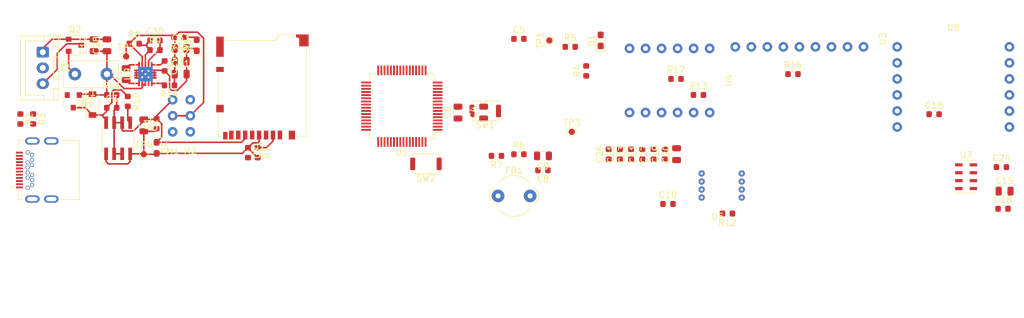
<source format=kicad_pcb>
(kicad_pcb (version 20171130) (host pcbnew "(5.1.6)-1")
  (layers (0 F.Cu signal) (1 GND power) (2 PWR power) (31 B.Cu signal) (34 B.Paste user) (35 F.Paste user) (36 B.SilkS user) (37 F.SilkS user) (38 B.Mask user) (39 F.Mask user) (44 Edge.Cuts user))
  (net 0 "")
  (net 1 GND)
  (net 2 +3V3)
  (net 3 "Net-(C3-Pad1)")
  (net 4 "Net-(C4-Pad1)")
  (net 5 ~RESET~)
  (net 6 "Net-(C6-Pad1)")
  (net 7 "Net-(C8-Pad1)")
  (net 8 +7V4)
  (net 9 "Net-(C24-Pad1)")
  (net 10 "Net-(C29-Pad1)")
  (net 11 "Net-(C30-Pad1)")
  (net 12 +6V)
  (net 13 "Net-(D1-Pad2)")
  (net 14 "Net-(F1-Pad2)")
  (net 15 "Net-(J1-PadS1)")
  (net 16 /D+)
  (net 17 VBUS)
  (net 18 "Net-(J1-PadB5)")
  (net 19 "Net-(J1-PadB8)")
  (net 20 /D-)
  (net 21 "Net-(J1-PadA8)")
  (net 22 "Net-(J1-PadA5)")
  (net 23 /SDIO_D1)
  (net 24 /SDIO_D0)
  (net 25 /SDIO_CLK)
  (net 26 /SDIO_CMD)
  (net 27 /SDIO_D3)
  (net 28 "Net-(J2-Pad9)")
  (net 29 "Net-(J3-Pad3)")
  (net 30 "Net-(J3-Pad2)")
  (net 31 "Net-(L2-Pad2)")
  (net 32 "Net-(L2-Pad1)")
  (net 33 /BOOT0)
  (net 34 /D13)
  (net 35 /FLASH_MOSI)
  (net 36 /RX_D0)
  (net 37 "Net-(R10-Pad2)")
  (net 38 /FLASH_CS)
  (net 39 /SCL)
  (net 40 "Net-(R14-Pad2)")
  (net 41 /SDA)
  (net 42 "Net-(TP1-Pad1)")
  (net 43 /D10)
  (net 44 /D9)
  (net 45 /FLASH_MISO)
  (net 46 /FLASH_SCK)
  (net 47 /SDIO_D2)
  (net 48 "Net-(U1-Pad50)")
  (net 49 /SWCLK)
  (net 50 /SWDIO)
  (net 51 /G0)
  (net 52 /D5)
  (net 53 /D6)
  (net 54 /MOSI)
  (net 55 /MISO)
  (net 56 /SCK)
  (net 57 /SD_DETECT)
  (net 58 /TX_D1)
  (net 59 "Net-(U1-Pad27)")
  (net 60 /A5)
  (net 61 /A4)
  (net 62 "Net-(U1-Pad17)")
  (net 63 /PWM1)
  (net 64 /PWM0)
  (net 65 /D11)
  (net 66 /D12)
  (net 67 "Net-(U1-Pad8)")
  (net 68 "Net-(U1-Pad6)")
  (net 69 "Net-(U1-Pad5)")
  (net 70 "Net-(U1-Pad4)")
  (net 71 "Net-(U1-Pad3)")
  (net 72 "Net-(U1-Pad2)")
  (net 73 "Net-(U4-Pad9)")
  (net 74 "Net-(U4-Pad6)")
  (net 75 "Net-(U8-Pad7)")
  (net 76 "Net-(U8-Pad2)")
  (net 77 "Net-(D3-Pad2)")
  (net 78 "Net-(U4-Pad12)")
  (net 79 "Net-(U4-Pad10)")
  (net 80 "Net-(U4-Pad2)")
  (net 81 "Net-(J1-PadB11)")
  (net 82 "Net-(J1-PadB10)")
  (net 83 "Net-(J1-PadB3)")
  (net 84 "Net-(J1-PadB2)")
  (net 85 "Net-(J1-PadA11)")
  (net 86 "Net-(J1-PadA10)")
  (net 87 "Net-(J1-PadA3)")
  (net 88 "Net-(J1-PadA2)")
  (net 89 "Net-(R16-Pad2)")
  (net 90 "Net-(U1-Pad26)")
  (net 91 "Net-(U1-Pad23)")
  (net 92 "Net-(U1-Pad22)")
  (net 93 "Net-(U1-Pad21)")
  (net 94 "Net-(U1-Pad20)")
  (net 95 "Net-(U1-Pad16)")
  (net 96 "Net-(U4-Pad8)")
  (net 97 "Net-(U7-Pad6)")
  (net 98 "Net-(U7-Pad5)")
  (net 99 "Net-(U8-Pad11)")
  (module Resistor_SMD:R_0603_1608Metric (layer F.Cu) (at 188.468 61.976)
    (fp_text reference R16 (at 0 -1.43) (layer F.SilkS))
    (fp_text value 4.7K)
    (pad 2 smd roundrect (at 0.7875 0) (size 0.875 0.95) (layers F.Cu F.Paste F.Mask) (net 89 "Net-(R16-Pad2)"))
    (pad 1 smd roundrect (at -0.7875 0) (size 0.875 0.95) (layers F.Cu F.Paste F.Mask) (net 2 +3V3))
  )
  (module Resistor_SMD:R_0603_1608Metric (layer F.Cu) (at 103.632 74.422 270)
    (fp_text reference R1 (at 0 -1.43 90) (layer F.SilkS))
    (fp_text value 10k)
    (pad 2 smd roundrect (at 0.7875 0 270) (size 0.875 0.95) (layers F.Cu F.Paste F.Mask) (net 2 +3V3))
    (pad 1 smd roundrect (at -0.7875 0 270) (size 0.875 0.95) (layers F.Cu F.Paste F.Mask) (net 27 /SDIO_D3))
  )
  (module GPS_head0:JR_servo_connector (layer F.Cu) (at 92.964 73.66)
    (fp_text reference M2 (at 0 0.5) (layer F.SilkS))
    (fp_text value Motor_Servo_JR)
    (pad 3 thru_hole circle (at 0 -7.62) (size 1.524 1.524) (drill 0.762) (layers *.Cu *.Mask) (net 1 GND))
    (pad 2 thru_hole circle (at 0 -5.08) (size 1.524 1.524) (drill 0.762) (layers *.Cu *.Mask) (net 12 +6V))
    (pad 1 thru_hole circle (at 0 -2.54) (size 1.524 1.524) (drill 0.762) (layers *.Cu *.Mask) (net 63 /PWM1))
  )
  (module Resistor_SMD:R_0603_1608Metric (layer F.Cu) (at 89.662 63.754 180)
    (fp_text reference R14 (at 0 -1.43) (layer F.SilkS))
    (fp_text value 1M)
    (pad 2 smd roundrect (at 0.7875 0 180) (size 0.875 0.95) (layers F.Cu F.Paste F.Mask) (net 40 "Net-(R14-Pad2)"))
    (pad 1 smd roundrect (at -0.7875 0 180) (size 0.875 0.95) (layers F.Cu F.Paste F.Mask) (net 12 +6V))
  )
  (module Inductor_SMD:L_0805_2012Metric (layer F.Cu) (at 82.804 61.976 90)
    (fp_text reference L2 (at 0 -1.65 90) (layer F.SilkS))
    (fp_text value 1uH)
    (pad 2 smd roundrect (at 0.9375 0 90) (size 0.975 1.4) (layers F.Cu F.Paste F.Mask) (net 31 "Net-(L2-Pad2)"))
    (pad 1 smd roundrect (at -0.9375 0 90) (size 0.975 1.4) (layers F.Cu F.Paste F.Mask) (net 32 "Net-(L2-Pad1)"))
  )
  (module DX07S024XJ1R1100:JAE_DX07S024XJ1R1100 (layer F.Cu) (at 66.548 80.772 90)
    (fp_text reference J1 (at 3.045 -2.889 90) (layer F.SilkS) (effects (font (size 1.4 1.4) (thickness 0.015))))
    (fp_text value DX07S024XJ1R1100)
    (fp_arc (start 7.0875 0) (end 7.0875 -0.3875) (angle -90) (layer Edge.Cuts) (width 0.001))
    (fp_arc (start 7.0875 0) (end 6.7 0) (angle -90) (layer Edge.Cuts) (width 0.001))
    (fp_arc (start 7.3125 0) (end 7.3125 0.3875) (angle -90) (layer Edge.Cuts) (width 0.001))
    (fp_arc (start 7.3125 0) (end 7.7 0) (angle -90) (layer Edge.Cuts) (width 0.001))
    (fp_line (start 7.0875 -0.3875) (end 7.3125 -0.3875) (layer Edge.Cuts) (width 0.001))
    (fp_line (start 7.3125 0.3875) (end 7.0875 0.3875) (layer Edge.Cuts) (width 0.001))
    (pad S4 thru_hole oval (at 8.2 4.4 90) (size 1.15 2.3) (drill oval 0.65 1.65) (layers *.Cu *.Mask) (net 15 "Net-(J1-PadS1)"))
    (pad S3 thru_hole oval (at -1 4.4 90) (size 1.15 2.3) (drill oval 0.65 1.65) (layers *.Cu *.Mask) (net 15 "Net-(J1-PadS1)"))
    (pad S2 thru_hole oval (at 8.2 1.4 90) (size 1.15 2.3) (drill oval 0.65 1.65) (layers *.Cu *.Mask) (net 15 "Net-(J1-PadS1)"))
    (pad S1 thru_hole oval (at -1 1.4 90) (size 1.15 2.3) (drill oval 0.65 1.65) (layers *.Cu *.Mask) (net 15 "Net-(J1-PadS1)"))
    (pad B12 thru_hole circle (at 0.8 0.65 90) (size 0.65 0.65) (drill 0.45) (layers *.Cu *.Mask) (net 1 GND))
    (pad B11 thru_hole circle (at 1.2 1.35 90) (size 0.65 0.65) (drill 0.45) (layers *.Cu *.Mask) (net 81 "Net-(J1-PadB11)"))
    (pad B10 thru_hole circle (at 2 1.35 90) (size 0.65 0.65) (drill 0.45) (layers *.Cu *.Mask) (net 82 "Net-(J1-PadB10)"))
    (pad B9 thru_hole circle (at 2.4 0.65 90) (size 0.65 0.65) (drill 0.45) (layers *.Cu *.Mask) (net 17 VBUS))
    (pad B8 thru_hole circle (at 2.8 1.35 90) (size 0.65 0.65) (drill 0.45) (layers *.Cu *.Mask) (net 19 "Net-(J1-PadB8)"))
    (pad B7 thru_hole circle (at 3.2 0.65 90) (size 0.65 0.65) (drill 0.45) (layers *.Cu *.Mask) (net 20 /D-))
    (pad B6 thru_hole circle (at 4 0.65 90) (size 0.65 0.65) (drill 0.45) (layers *.Cu *.Mask) (net 16 /D+))
    (pad B5 thru_hole circle (at 4.4 1.35 90) (size 0.65 0.65) (drill 0.45) (layers *.Cu *.Mask) (net 18 "Net-(J1-PadB5)"))
    (pad B4 thru_hole circle (at 4.8 0.65 90) (size 0.65 0.65) (drill 0.45) (layers *.Cu *.Mask) (net 17 VBUS))
    (pad B3 thru_hole circle (at 5.2 1.35 90) (size 0.65 0.65) (drill 0.45) (layers *.Cu *.Mask) (net 83 "Net-(J1-PadB3)"))
    (pad B2 thru_hole circle (at 6 1.35 90) (size 0.65 0.65) (drill 0.45) (layers *.Cu *.Mask) (net 84 "Net-(J1-PadB2)"))
    (pad B1 thru_hole circle (at 6.4 0.65 90) (size 0.65 0.65) (drill 0.45) (layers *.Cu *.Mask) (net 1 GND))
    (pad None np_thru_hole circle (at 7.2 0 90) (size 0.775 0.775) (drill 0.775) (layers *.Cu *.Mask))
    (pad A12 smd rect (at 6.35 -0.66 90) (size 0.3 1.1) (layers F.Cu F.Paste F.Mask) (net 1 GND))
    (pad A11 smd rect (at 5.85 -0.66 90) (size 0.3 1.1) (layers F.Cu F.Paste F.Mask) (net 85 "Net-(J1-PadA11)"))
    (pad A10 smd rect (at 5.35 -0.66 90) (size 0.3 1.1) (layers F.Cu F.Paste F.Mask) (net 86 "Net-(J1-PadA10)"))
    (pad A9 smd rect (at 4.85 -0.66 90) (size 0.3 1.1) (layers F.Cu F.Paste F.Mask) (net 17 VBUS))
    (pad A8 smd rect (at 4.35 -0.66 90) (size 0.3 1.1) (layers F.Cu F.Paste F.Mask) (net 21 "Net-(J1-PadA8)"))
    (pad A7 smd rect (at 3.85 -0.66 90) (size 0.3 1.1) (layers F.Cu F.Paste F.Mask) (net 20 /D-))
    (pad A6 smd rect (at 3.35 -0.66 90) (size 0.3 1.1) (layers F.Cu F.Paste F.Mask) (net 16 /D+))
    (pad A5 smd rect (at 2.85 -0.66 90) (size 0.3 1.1) (layers F.Cu F.Paste F.Mask) (net 22 "Net-(J1-PadA5)"))
    (pad A4 smd rect (at 2.35 -0.66 90) (size 0.3 1.1) (layers F.Cu F.Paste F.Mask) (net 17 VBUS))
    (pad A3 smd rect (at 1.85 -0.66 90) (size 0.3 1.1) (layers F.Cu F.Paste F.Mask) (net 87 "Net-(J1-PadA3)"))
    (pad A2 smd rect (at 1.35 -0.66 90) (size 0.3 1.1) (layers F.Cu F.Paste F.Mask) (net 88 "Net-(J1-PadA2)"))
    (pad None np_thru_hole circle (at 0 0 90) (size 0.775 0.775) (drill 0.775) (layers *.Cu *.Mask))
    (pad A1 smd rect (at 0.85 -0.66 90) (size 0.3 1.1) (layers F.Cu F.Paste F.Mask) (net 1 GND))
  )
  (module GPS_head0:JR_servo_connector (layer F.Cu) (at 90.17 73.66)
    (fp_text reference M1 (at 0 0.5) (layer F.SilkS))
    (fp_text value Motor_Servo_JR)
    (pad 3 thru_hole circle (at 0 -7.62) (size 1.524 1.524) (drill 0.762) (layers *.Cu *.Mask) (net 1 GND))
    (pad 2 thru_hole circle (at 0 -5.08) (size 1.524 1.524) (drill 0.762) (layers *.Cu *.Mask) (net 12 +6V))
    (pad 1 thru_hole circle (at 0 -2.54) (size 1.524 1.524) (drill 0.762) (layers *.Cu *.Mask) (net 64 /PWM0))
  )
  (module TestPoint:TestPoint_Pad_D1.0mm (layer F.Cu) (at 85.598 74.676)
    (fp_text reference TP4 (at 0 -1.448) (layer F.SilkS))
    (fp_text value TestPoint)
    (pad 1 smd circle (at 0 0) (size 1 1) (layers F.Cu F.Mask) (net 2 +3V3))
  )
  (module TestPoint:TestPoint_Pad_D1.0mm (layer F.Cu) (at 153.416 71.12)
    (fp_text reference TP3 (at 0 -1.448) (layer F.SilkS))
    (fp_text value TestPoint)
    (pad 1 smd circle (at 0 0) (size 1 1) (layers F.Cu F.Mask) (net 1 GND))
  )
  (module TestPoint:TestPoint_Pad_D1.0mm (layer F.Cu) (at 82.804 59.182)
    (fp_text reference TP2 (at 0 -1.448) (layer F.SilkS))
    (fp_text value TestPoint)
    (pad 1 smd circle (at 0 0) (size 1 1) (layers F.Cu F.Mask) (net 12 +6V))
  )
  (module Resistor_SMD:R_0603_1608Metric (layer F.Cu) (at 91.186 56.134 180)
    (fp_text reference R15 (at 0 -1.43) (layer F.SilkS))
    (fp_text value 46)
    (pad 2 smd roundrect (at 0.7875 0 180) (size 0.875 0.95) (layers F.Cu F.Paste F.Mask) (net 12 +6V))
    (pad 1 smd roundrect (at -0.7875 0 180) (size 0.875 0.95) (layers F.Cu F.Paste F.Mask) (net 77 "Net-(D3-Pad2)"))
  )
  (module LED_SMD:LED_0603_1608Metric_Pad1.05x0.95mm_HandSolder (layer F.Cu) (at 87.63 73.66 270)
    (fp_text reference D4 (at 0 -1.43 90) (layer F.SilkS))
    (fp_text value LED)
    (pad 2 smd roundrect (at 0.875 0 270) (size 1.05 0.95) (layers F.Cu F.Paste F.Mask) (net 2 +3V3))
    (pad 1 smd roundrect (at -0.875 0 270) (size 1.05 0.95) (layers F.Cu F.Paste F.Mask) (net 1 GND))
  )
  (module LED_SMD:LED_0603_1608Metric_Pad1.05x0.95mm_HandSolder (layer F.Cu) (at 93.98 57.404 90)
    (fp_text reference D3 (at 0 -1.43 90) (layer F.SilkS))
    (fp_text value LED)
    (pad 2 smd roundrect (at 0.875 0 90) (size 1.05 0.95) (layers F.Cu F.Paste F.Mask) (net 77 "Net-(D3-Pad2)"))
    (pad 1 smd roundrect (at -0.875 0 90) (size 1.05 0.95) (layers F.Cu F.Paste F.Mask) (net 1 GND))
  )
  (module Package_SON:Texas_S-PWSON-N10_ThermalVias (layer F.Cu) (at 85.852 61.976 90)
    (fp_text reference U9 (at 0 -2.8 90) (layer F.SilkS))
    (fp_text value TPS63060)
    (pad 11 smd rect (at 0.6 1.425 90) (size 0.23 0.6) (layers F.Cu F.Paste F.Mask) (net 1 GND))
    (pad 11 smd rect (at 0.2 1.425 90) (size 0.23 0.6) (layers F.Cu F.Paste F.Mask) (net 1 GND))
    (pad 11 smd rect (at -0.2 1.425 90) (size 0.23 0.6) (layers F.Cu F.Paste F.Mask) (net 1 GND))
    (pad 11 smd rect (at -0.6 1.425 90) (size 0.23 0.6) (layers F.Cu F.Paste F.Mask) (net 1 GND))
    (pad 11 smd rect (at 0.6 -1.425 90) (size 0.23 0.6) (layers F.Cu F.Paste F.Mask) (net 1 GND))
    (pad 11 smd rect (at 0.2 -1.425 90) (size 0.23 0.6) (layers F.Cu F.Paste F.Mask) (net 1 GND))
    (pad 11 smd rect (at -0.2 -1.425 90) (size 0.23 0.6) (layers F.Cu F.Paste F.Mask) (net 1 GND))
    (pad 11 smd rect (at -0.6 -1.425 90) (size 0.23 0.6) (layers F.Cu F.Paste F.Mask) (net 1 GND))
    (pad 11 smd rect (at 0.435 -0.56 90) (size 0.65 0.9) (layers F.Cu F.Paste F.Mask) (net 1 GND))
    (pad 11 smd rect (at -0.435 0.56 90) (size 0.65 0.9) (layers F.Cu F.Paste F.Mask) (net 1 GND))
    (pad 11 smd rect (at 0.435 0.56 90) (size 0.65 0.9) (layers F.Cu F.Paste F.Mask) (net 1 GND))
    (pad 11 smd rect (at -0.435 -0.56 90) (size 0.65 0.9) (layers F.Cu F.Paste F.Mask) (net 1 GND))
    (pad 11 smd rect (at -0.001 0 90) (size 2.3 2.3) (layers B.Cu) (net 1 GND))
    (pad 10 smd oval (at 1.475 -1 90) (size 0.85 0.28) (layers F.Cu F.Paste F.Mask) (net 31 "Net-(L2-Pad2)"))
    (pad 9 smd oval (at 1.475 -0.5 90) (size 0.85 0.28) (layers F.Cu F.Paste F.Mask) (net 12 +6V))
    (pad 8 smd oval (at 1.475 0 90) (size 0.85 0.28) (layers F.Cu F.Paste F.Mask) (net 11 "Net-(C30-Pad1)"))
    (pad 7 smd rect (at 1.76 0.5 90) (size 0.28 0.28) (layers F.Cu F.Paste F.Mask) (net 1 GND))
    (pad 6 smd rect (at 1.76 1 90) (size 0.28 0.28) (layers F.Cu F.Paste F.Mask) (net 10 "Net-(C29-Pad1)"))
    (pad 5 smd oval (at -1.475 1 90) (size 0.85 0.28) (layers F.Cu F.Paste F.Mask) (net 40 "Net-(R14-Pad2)"))
    (pad 4 smd rect (at -1.76 0.5 90) (size 0.28 0.28) (layers F.Cu F.Paste F.Mask) (net 1 GND))
    (pad 3 smd oval (at -1.475 0 90) (size 0.85 0.28) (layers F.Cu F.Paste F.Mask) (net 8 +7V4))
    (pad 2 smd rect (at -1.76 -0.5 90) (size 0.28 0.28) (layers F.Cu F.Paste F.Mask) (net 8 +7V4))
    (pad 1 smd rect (at -1.76 -1 90) (size 0.28 0.28) (layers F.Cu F.Paste F.Mask) (net 32 "Net-(L2-Pad1)"))
    (pad 11 smd rect (at 0 0 90) (size 1.7 2.15) (layers F.Cu F.Mask) (net 1 GND))
    (pad 11 smd rect (at 0.2 1.425 90) (size 0.25 0.7) (layers F.Cu F.Paste F.Mask) (net 1 GND))
    (pad 11 smd rect (at -0.2 1.425 90) (size 0.25 0.7) (layers F.Cu F.Paste F.Mask) (net 1 GND))
    (pad 11 smd rect (at 0.2 -1.425 90) (size 0.25 0.7) (layers F.Cu F.Paste F.Mask) (net 1 GND))
    (pad 11 smd rect (at -0.2 -1.425 90) (size 0.25 0.7) (layers F.Cu F.Paste F.Mask) (net 1 GND))
    (pad 11 thru_hole circle (at 0.5 0.5 90) (size 0.6 0.6) (drill 0.3) (layers *.Cu *.Mask) (net 1 GND))
    (pad 11 thru_hole circle (at -0.5 0.5 90) (size 0.6 0.6) (drill 0.3) (layers *.Cu *.Mask) (net 1 GND))
    (pad 11 thru_hole circle (at 0.5 -0.5 90) (size 0.6 0.6) (drill 0.3) (layers *.Cu *.Mask) (net 1 GND))
    (pad 11 thru_hole circle (at -0.5 -0.5 90) (size 0.6 0.6) (drill 0.3) (layers *.Cu *.Mask) (net 1 GND))
    (pad 11 thru_hole circle (at 0 0 90) (size 0.6 0.6) (drill 0.3) (layers *.Cu *.Mask) (net 1 GND))
    (pad 10 smd rect (at 1.76 -1 90) (size 0.28 0.28) (layers F.Cu F.Paste F.Mask) (net 31 "Net-(L2-Pad2)"))
    (pad 9 smd rect (at 1.76 -0.5 90) (size 0.28 0.28) (layers F.Cu F.Paste F.Mask) (net 12 +6V))
    (pad 8 smd rect (at 1.76 0 90) (size 0.28 0.28) (layers F.Cu F.Paste F.Mask) (net 11 "Net-(C30-Pad1)"))
    (pad 7 smd oval (at 1.475 0.5 90) (size 0.85 0.28) (layers F.Cu F.Paste F.Mask) (net 1 GND))
    (pad 6 smd oval (at 1.475 1 90) (size 0.85 0.28) (layers F.Cu F.Paste F.Mask) (net 10 "Net-(C29-Pad1)"))
    (pad 5 smd rect (at -1.76 1 90) (size 0.28 0.28) (layers F.Cu F.Paste F.Mask) (net 40 "Net-(R14-Pad2)"))
    (pad 4 smd oval (at -1.475 0.5 90) (size 0.85 0.28) (layers F.Cu F.Paste F.Mask) (net 1 GND))
    (pad 3 smd rect (at -1.76 0 90) (size 0.28 0.28) (layers F.Cu F.Paste F.Mask) (net 8 +7V4))
    (pad 2 smd oval (at -1.475 -0.5 90) (size 0.85 0.28) (layers F.Cu F.Paste F.Mask) (net 8 +7V4))
    (pad 1 smd oval (at -1.475 -1 90) (size 0.85 0.28) (layers F.Cu F.Paste F.Mask) (net 32 "Net-(L2-Pad1)"))
    (pad 11 smd rect (at 0.6 -1.425 90) (size 0.25 0.7) (layers F.Cu F.Paste F.Mask) (net 1 GND))
    (pad 11 smd rect (at -0.6 -1.425 90) (size 0.25 0.7) (layers F.Cu F.Paste F.Mask) (net 1 GND))
    (pad 11 smd rect (at 0.6 1.425 90) (size 0.25 0.7) (layers F.Cu F.Paste F.Mask) (net 1 GND))
    (pad 11 smd rect (at -0.6 1.425 90) (size 0.25 0.7) (layers F.Cu F.Paste F.Mask) (net 1 GND))
  )
  (module GPS_head0:GPS_header_fp (layer F.Cu) (at 213.868 56.388 180)
    (fp_text reference U8 (at 0 1.77) (layer F.SilkS))
    (fp_text value GPS_header)
    (pad 12 thru_hole circle (at 8.89 -13.97 180) (size 1.524 1.524) (drill 0.762) (layers *.Cu *.Mask) (net 1 GND))
    (pad 11 thru_hole circle (at 8.89 -11.43 180) (size 1.524 1.524) (drill 0.762) (layers *.Cu *.Mask) (net 99 "Net-(U8-Pad11)"))
    (pad 10 thru_hole circle (at 8.89 -8.89 180) (size 1.524 1.524) (drill 0.762) (layers *.Cu *.Mask) (net 2 +3V3))
    (pad 9 thru_hole circle (at 8.89 -6.35 180) (size 1.524 1.524) (drill 0.762) (layers *.Cu *.Mask) (net 36 /RX_D0))
    (pad 8 thru_hole circle (at 8.89 -3.81 180) (size 1.524 1.524) (drill 0.762) (layers *.Cu *.Mask) (net 58 /TX_D1))
    (pad 7 thru_hole circle (at 8.89 -1.27 180) (size 1.524 1.524) (drill 0.762) (layers *.Cu *.Mask) (net 75 "Net-(U8-Pad7)"))
    (pad 6 thru_hole circle (at -8.89 -13.97 180) (size 1.524 1.524) (drill 0.762) (layers *.Cu *.Mask) (net 5 ~RESET~))
    (pad 5 thru_hole circle (at -8.89 -11.43 180) (size 1.524 1.524) (drill 0.762) (layers *.Cu *.Mask) (net 41 /SDA))
    (pad 4 thru_hole circle (at -8.89 -8.89 180) (size 1.524 1.524) (drill 0.762) (layers *.Cu *.Mask) (net 39 /SCL))
    (pad 3 thru_hole circle (at -8.89 -6.35 180) (size 1.524 1.524) (drill 0.762) (layers *.Cu *.Mask) (net 1 GND))
    (pad 2 thru_hole circle (at -8.89 -3.81 180) (size 1.524 1.524) (drill 0.762) (layers *.Cu *.Mask) (net 76 "Net-(U8-Pad2)"))
    (pad 1 thru_hole circle (at -8.89 -1.27 180) (size 1.524 1.524) (drill 0.762) (layers *.Cu *.Mask) (net 2 +3V3))
  )
  (module Package_LGA:NXP_LGA-8_3x5mm_P1.25mm_H1.1mm (layer F.Cu) (at 215.9 78.232)
    (fp_text reference U7 (at 0 -3.45) (layer F.SilkS))
    (fp_text value MPL3115A2)
    (pad 8 smd roundrect (at 1.15 -1.875) (size 1.2 0.5) (layers F.Cu F.Paste F.Mask) (net 39 /SCL))
    (pad 7 smd roundrect (at 1.15 -0.625) (size 1.2 0.5) (layers F.Cu F.Paste F.Mask) (net 41 /SDA))
    (pad 6 smd roundrect (at 1.15 0.625) (size 1.2 0.5) (layers F.Cu F.Paste F.Mask) (net 97 "Net-(U7-Pad6)"))
    (pad 5 smd roundrect (at 1.15 1.875) (size 1.2 0.5) (layers F.Cu F.Paste F.Mask) (net 98 "Net-(U7-Pad5)"))
    (pad 4 smd roundrect (at -1.15 1.875) (size 1.2 0.5) (layers F.Cu F.Paste F.Mask) (net 2 +3V3))
    (pad 3 smd roundrect (at -1.15 0.625) (size 1.2 0.5) (layers F.Cu F.Paste F.Mask) (net 1 GND))
    (pad 2 smd roundrect (at -1.15 -0.625) (size 1.2 0.5) (layers F.Cu F.Paste F.Mask) (net 9 "Net-(C24-Pad1)"))
    (pad 1 smd roundrect (at -1.15 -1.875) (size 1.2 0.5) (layers F.Cu F.Paste F.Mask) (net 2 +3V3))
  )
  (module GPS_head0:W25Q16JV_footprint (layer F.Cu) (at 176.53 84.074)
    (fp_text reference U5 (at 0 0.5) (layer F.SilkS))
    (fp_text value W25Q16JV)
    (pad 8 thru_hole circle (at 3.81 -6.35) (size 1 1) (drill 0.42) (layers *.Cu *.Mask) (net 2 +3V3))
    (pad 7 thru_hole circle (at 3.81 -5.08) (size 1 1) (drill 0.42) (layers *.Cu *.Mask) (net 2 +3V3))
    (pad 6 thru_hole circle (at 3.81 -3.81) (size 1 1) (drill 0.42) (layers *.Cu *.Mask) (net 46 /FLASH_SCK))
    (pad 5 thru_hole circle (at 3.81 -2.54) (size 1 1) (drill 0.42) (layers *.Cu *.Mask) (net 35 /FLASH_MOSI))
    (pad 4 thru_hole circle (at -2.54 -6.35) (size 1 1) (drill 0.42) (layers *.Cu *.Mask) (net 1 GND))
    (pad 3 thru_hole circle (at -2.54 -5.08) (size 1 1) (drill 0.42) (layers *.Cu *.Mask) (net 2 +3V3))
    (pad 2 thru_hole circle (at -2.54 -3.81) (size 1 1) (drill 0.42) (layers *.Cu *.Mask) (net 45 /FLASH_MISO))
    (pad 1 thru_hole circle (at -2.54 -2.54) (size 1 1) (drill 0.42) (layers *.Cu *.Mask) (net 38 /FLASH_CS))
  )
  (module GPS_head0:MPU6050-footprint (layer F.Cu) (at 177.8 62.992 90)
    (fp_text reference U4 (at 0 0.5 90) (layer F.SilkS))
    (fp_text value MPU6050_BO_FP)
    (pad 12 thru_hole circle (at 5.08 -15.24 90) (size 1.524 1.524) (drill 0.762) (layers *.Cu *.Mask) (net 78 "Net-(U4-Pad12)"))
    (pad 11 thru_hole circle (at 5.08 -12.7 90) (size 1.524 1.524) (drill 0.762) (layers *.Cu *.Mask) (net 1 GND))
    (pad 10 thru_hole circle (at 5.08 -10.16 90) (size 1.524 1.524) (drill 0.762) (layers *.Cu *.Mask) (net 79 "Net-(U4-Pad10)"))
    (pad 9 thru_hole circle (at 5.08 -7.62 90) (size 1.524 1.524) (drill 0.762) (layers *.Cu *.Mask) (net 73 "Net-(U4-Pad9)"))
    (pad 8 thru_hole circle (at 5.08 -5.08 90) (size 1.524 1.524) (drill 0.762) (layers *.Cu *.Mask) (net 96 "Net-(U4-Pad8)"))
    (pad 7 thru_hole circle (at 5.08 -2.54 90) (size 1.524 1.524) (drill 0.762) (layers *.Cu *.Mask) (net 1 GND))
    (pad 6 thru_hole circle (at -5.08 -15.24 90) (size 1.524 1.524) (drill 0.762) (layers *.Cu *.Mask) (net 74 "Net-(U4-Pad6)"))
    (pad 5 thru_hole circle (at -5.08 -12.7 90) (size 1.524 1.524) (drill 0.762) (layers *.Cu *.Mask) (net 41 /SDA))
    (pad 4 thru_hole circle (at -5.08 -10.16 90) (size 1.524 1.524) (drill 0.762) (layers *.Cu *.Mask) (net 39 /SCL))
    (pad 3 thru_hole circle (at -5.08 -7.62 90) (size 1.524 1.524) (drill 0.762) (layers *.Cu *.Mask) (net 1 GND))
    (pad 2 thru_hole circle (at -5.08 -5.08 90) (size 1.524 1.524) (drill 0.762) (layers *.Cu *.Mask) (net 80 "Net-(U4-Pad2)"))
    (pad 1 thru_hole circle (at -5.08 -2.54 90) (size 1.524 1.524) (drill 0.762) (layers *.Cu *.Mask) (net 2 +3V3))
  )
  (module GPS_head0:gps_header_footprint (layer F.Cu) (at 200.914 57.658 90)
    (fp_text reference U3 (at 1.27 1.77 90) (layer F.SilkS))
    (fp_text value Radio_Header)
    (pad 9 thru_hole circle (at 0 -21.59 90) (size 1.524 1.524) (drill 0.762) (layers *.Cu *.Mask) (net 5 ~RESET~))
    (pad 8 thru_hole circle (at 0 -19.05 90) (size 1.524 1.524) (drill 0.762) (layers *.Cu *.Mask) (net 89 "Net-(R16-Pad2)"))
    (pad 7 thru_hole circle (at 0 -16.51 90) (size 1.524 1.524) (drill 0.762) (layers *.Cu *.Mask) (net 54 /MOSI))
    (pad 6 thru_hole circle (at 0 -13.97 90) (size 1.524 1.524) (drill 0.762) (layers *.Cu *.Mask) (net 55 /MISO))
    (pad 5 thru_hole circle (at 0 -11.43 90) (size 1.524 1.524) (drill 0.762) (layers *.Cu *.Mask) (net 56 /SCK))
    (pad 4 thru_hole circle (at 0 -8.89 90) (size 1.524 1.524) (drill 0.762) (layers *.Cu *.Mask) (net 51 /G0))
    (pad 3 thru_hole circle (at 0 -6.35 90) (size 1.524 1.524) (drill 0.762) (layers *.Cu *.Mask) (net 2 +3V3))
    (pad 2 thru_hole circle (at 0 -3.81 90) (size 1.524 1.524) (drill 0.762) (layers *.Cu *.Mask) (net 1 GND))
    (pad 1 thru_hole circle (at 0 -1.27 90) (size 1.524 1.524) (drill 0.762) (layers *.Cu *.Mask) (net 2 +3V3))
  )
  (module "3v3 _linReg:SOIC127P599X175-8N" (layer F.Cu) (at 81.534 72.136 90)
    (fp_text reference U2 (at -0.325 -3.635 90) (layer F.SilkS) (effects (font (thickness 0.015))))
    (fp_text value UCC381DP-3)
    (pad 8 smd rect (at 2.47 -1.905 90) (size 1.97 0.6) (layers F.Cu F.Paste F.Mask) (net 3 "Net-(C3-Pad1)"))
    (pad 7 smd rect (at 2.47 -0.635 90) (size 1.97 0.6) (layers F.Cu F.Paste F.Mask) (net 1 GND))
    (pad 6 smd rect (at 2.47 0.635 90) (size 1.97 0.6) (layers F.Cu F.Paste F.Mask) (net 1 GND))
    (pad 5 smd rect (at 2.47 1.905 90) (size 1.97 0.6) (layers F.Cu F.Paste F.Mask) (net 37 "Net-(R10-Pad2)"))
    (pad 4 smd rect (at -2.47 1.905 90) (size 1.97 0.6) (layers F.Cu F.Paste F.Mask) (net 2 +3V3))
    (pad 3 smd rect (at -2.47 0.635 90) (size 1.97 0.6) (layers F.Cu F.Paste F.Mask) (net 1 GND))
    (pad 2 smd rect (at -2.47 -0.635 90) (size 1.97 0.6) (layers F.Cu F.Paste F.Mask) (net 1 GND))
    (pad 1 smd rect (at -2.47 -1.905 90) (size 1.97 0.6) (layers F.Cu F.Paste F.Mask) (net 2 +3V3))
  )
  (module Package_QFP:LQFP-64_10x10mm_P0.5mm (layer F.Cu) (at 126.492 67.056 180)
    (fp_text reference U1 (at 0 -7.4) (layer F.SilkS))
    (fp_text value STM32F405RGTx)
    (pad 64 smd roundrect (at -3.75 -5.675 180) (size 0.3 1.55) (layers F.Cu F.Paste F.Mask) (net 7 "Net-(C8-Pad1)"))
    (pad 63 smd roundrect (at -3.25 -5.675 180) (size 0.3 1.55) (layers F.Cu F.Paste F.Mask) (net 1 GND))
    (pad 62 smd roundrect (at -2.75 -5.675 180) (size 0.3 1.55) (layers F.Cu F.Paste F.Mask) (net 43 /D10))
    (pad 61 smd roundrect (at -2.25 -5.675 180) (size 0.3 1.55) (layers F.Cu F.Paste F.Mask) (net 44 /D9))
    (pad 60 smd roundrect (at -1.75 -5.675 180) (size 0.3 1.55) (layers F.Cu F.Paste F.Mask) (net 33 /BOOT0))
    (pad 59 smd roundrect (at -1.25 -5.675 180) (size 0.3 1.55) (layers F.Cu F.Paste F.Mask) (net 41 /SDA))
    (pad 58 smd roundrect (at -0.75 -5.675 180) (size 0.3 1.55) (layers F.Cu F.Paste F.Mask) (net 39 /SCL))
    (pad 57 smd roundrect (at -0.25 -5.675 180) (size 0.3 1.55) (layers F.Cu F.Paste F.Mask) (net 35 /FLASH_MOSI))
    (pad 56 smd roundrect (at 0.25 -5.675 180) (size 0.3 1.55) (layers F.Cu F.Paste F.Mask) (net 45 /FLASH_MISO))
    (pad 55 smd roundrect (at 0.75 -5.675 180) (size 0.3 1.55) (layers F.Cu F.Paste F.Mask) (net 46 /FLASH_SCK))
    (pad 54 smd roundrect (at 1.25 -5.675 180) (size 0.3 1.55) (layers F.Cu F.Paste F.Mask) (net 26 /SDIO_CMD))
    (pad 53 smd roundrect (at 1.75 -5.675 180) (size 0.3 1.55) (layers F.Cu F.Paste F.Mask) (net 25 /SDIO_CLK))
    (pad 52 smd roundrect (at 2.25 -5.675 180) (size 0.3 1.55) (layers F.Cu F.Paste F.Mask) (net 27 /SDIO_D3))
    (pad 51 smd roundrect (at 2.75 -5.675 180) (size 0.3 1.55) (layers F.Cu F.Paste F.Mask) (net 47 /SDIO_D2))
    (pad 50 smd roundrect (at 3.25 -5.675 180) (size 0.3 1.55) (layers F.Cu F.Paste F.Mask) (net 48 "Net-(U1-Pad50)"))
    (pad 49 smd roundrect (at 3.75 -5.675 180) (size 0.3 1.55) (layers F.Cu F.Paste F.Mask) (net 49 /SWCLK))
    (pad 48 smd roundrect (at 5.675 -3.75 180) (size 1.55 0.3) (layers F.Cu F.Paste F.Mask) (net 7 "Net-(C8-Pad1)"))
    (pad 47 smd roundrect (at 5.675 -3.25 180) (size 1.55 0.3) (layers F.Cu F.Paste F.Mask) (net 6 "Net-(C6-Pad1)"))
    (pad 46 smd roundrect (at 5.675 -2.75 180) (size 1.55 0.3) (layers F.Cu F.Paste F.Mask) (net 50 /SWDIO))
    (pad 45 smd roundrect (at 5.675 -2.25 180) (size 1.55 0.3) (layers F.Cu F.Paste F.Mask) (net 16 /D+))
    (pad 44 smd roundrect (at 5.675 -1.75 180) (size 1.55 0.3) (layers F.Cu F.Paste F.Mask) (net 20 /D-))
    (pad 43 smd roundrect (at 5.675 -1.25 180) (size 1.55 0.3) (layers F.Cu F.Paste F.Mask) (net 2 +3V3))
    (pad 42 smd roundrect (at 5.675 -0.75 180) (size 1.55 0.3) (layers F.Cu F.Paste F.Mask) (net 2 +3V3))
    (pad 41 smd roundrect (at 5.675 -0.25 180) (size 1.55 0.3) (layers F.Cu F.Paste F.Mask) (net 51 /G0))
    (pad 40 smd roundrect (at 5.675 0.25 180) (size 1.55 0.3) (layers F.Cu F.Paste F.Mask) (net 23 /SDIO_D1))
    (pad 39 smd roundrect (at 5.675 0.75 180) (size 1.55 0.3) (layers F.Cu F.Paste F.Mask) (net 24 /SDIO_D0))
    (pad 38 smd roundrect (at 5.675 1.25 180) (size 1.55 0.3) (layers F.Cu F.Paste F.Mask) (net 52 /D5))
    (pad 37 smd roundrect (at 5.675 1.75 180) (size 1.55 0.3) (layers F.Cu F.Paste F.Mask) (net 53 /D6))
    (pad 36 smd roundrect (at 5.675 2.25 180) (size 1.55 0.3) (layers F.Cu F.Paste F.Mask) (net 54 /MOSI))
    (pad 35 smd roundrect (at 5.675 2.75 180) (size 1.55 0.3) (layers F.Cu F.Paste F.Mask) (net 55 /MISO))
    (pad 34 smd roundrect (at 5.675 3.25 180) (size 1.55 0.3) (layers F.Cu F.Paste F.Mask) (net 56 /SCK))
    (pad 33 smd roundrect (at 5.675 3.75 180) (size 1.55 0.3) (layers F.Cu F.Paste F.Mask) (net 57 /SD_DETECT))
    (pad 32 smd roundrect (at 3.75 5.675 180) (size 0.3 1.55) (layers F.Cu F.Paste F.Mask) (net 7 "Net-(C8-Pad1)"))
    (pad 31 smd roundrect (at 3.25 5.675 180) (size 0.3 1.55) (layers F.Cu F.Paste F.Mask) (net 4 "Net-(C4-Pad1)"))
    (pad 30 smd roundrect (at 2.75 5.675 180) (size 0.3 1.55) (layers F.Cu F.Paste F.Mask) (net 36 /RX_D0))
    (pad 29 smd roundrect (at 2.25 5.675 180) (size 0.3 1.55) (layers F.Cu F.Paste F.Mask) (net 58 /TX_D1))
    (pad 28 smd roundrect (at 1.75 5.675 180) (size 0.3 1.55) (layers F.Cu F.Paste F.Mask) (net 1 GND))
    (pad 27 smd roundrect (at 1.25 5.675 180) (size 0.3 1.55) (layers F.Cu F.Paste F.Mask) (net 59 "Net-(U1-Pad27)"))
    (pad 26 smd roundrect (at 0.75 5.675 180) (size 0.3 1.55) (layers F.Cu F.Paste F.Mask) (net 90 "Net-(U1-Pad26)"))
    (pad 25 smd roundrect (at 0.25 5.675 180) (size 0.3 1.55) (layers F.Cu F.Paste F.Mask) (net 60 /A5))
    (pad 24 smd roundrect (at -0.25 5.675 180) (size 0.3 1.55) (layers F.Cu F.Paste F.Mask) (net 61 /A4))
    (pad 23 smd roundrect (at -0.75 5.675 180) (size 0.3 1.55) (layers F.Cu F.Paste F.Mask) (net 91 "Net-(U1-Pad23)"))
    (pad 22 smd roundrect (at -1.25 5.675 180) (size 0.3 1.55) (layers F.Cu F.Paste F.Mask) (net 92 "Net-(U1-Pad22)"))
    (pad 21 smd roundrect (at -1.75 5.675 180) (size 0.3 1.55) (layers F.Cu F.Paste F.Mask) (net 93 "Net-(U1-Pad21)"))
    (pad 20 smd roundrect (at -2.25 5.675 180) (size 0.3 1.55) (layers F.Cu F.Paste F.Mask) (net 94 "Net-(U1-Pad20)"))
    (pad 19 smd roundrect (at -2.75 5.675 180) (size 0.3 1.55) (layers F.Cu F.Paste F.Mask) (net 7 "Net-(C8-Pad1)"))
    (pad 18 smd roundrect (at -3.25 5.675 180) (size 0.3 1.55) (layers F.Cu F.Paste F.Mask) (net 1 GND))
    (pad 17 smd roundrect (at -3.75 5.675 180) (size 0.3 1.55) (layers F.Cu F.Paste F.Mask) (net 62 "Net-(U1-Pad17)"))
    (pad 16 smd roundrect (at -5.675 3.75 180) (size 1.55 0.3) (layers F.Cu F.Paste F.Mask) (net 95 "Net-(U1-Pad16)"))
    (pad 15 smd roundrect (at -5.675 3.25 180) (size 1.55 0.3) (layers F.Cu F.Paste F.Mask) (net 63 /PWM1))
    (pad 14 smd roundrect (at -5.675 2.75 180) (size 1.55 0.3) (layers F.Cu F.Paste F.Mask) (net 64 /PWM0))
    (pad 13 smd roundrect (at -5.675 2.25 180) (size 1.55 0.3) (layers F.Cu F.Paste F.Mask) (net 7 "Net-(C8-Pad1)"))
    (pad 12 smd roundrect (at -5.675 1.75 180) (size 1.55 0.3) (layers F.Cu F.Paste F.Mask) (net 1 GND))
    (pad 11 smd roundrect (at -5.675 1.25 180) (size 1.55 0.3) (layers F.Cu F.Paste F.Mask) (net 65 /D11))
    (pad 10 smd roundrect (at -5.675 0.75 180) (size 1.55 0.3) (layers F.Cu F.Paste F.Mask) (net 66 /D12))
    (pad 9 smd roundrect (at -5.675 0.25 180) (size 1.55 0.3) (layers F.Cu F.Paste F.Mask) (net 34 /D13))
    (pad 8 smd roundrect (at -5.675 -0.25 180) (size 1.55 0.3) (layers F.Cu F.Paste F.Mask) (net 67 "Net-(U1-Pad8)"))
    (pad 7 smd roundrect (at -5.675 -0.75 180) (size 1.55 0.3) (layers F.Cu F.Paste F.Mask) (net 5 ~RESET~))
    (pad 6 smd roundrect (at -5.675 -1.25 180) (size 1.55 0.3) (layers F.Cu F.Paste F.Mask) (net 68 "Net-(U1-Pad6)"))
    (pad 5 smd roundrect (at -5.675 -1.75 180) (size 1.55 0.3) (layers F.Cu F.Paste F.Mask) (net 69 "Net-(U1-Pad5)"))
    (pad 4 smd roundrect (at -5.675 -2.25 180) (size 1.55 0.3) (layers F.Cu F.Paste F.Mask) (net 70 "Net-(U1-Pad4)"))
    (pad 3 smd roundrect (at -5.675 -2.75 180) (size 1.55 0.3) (layers F.Cu F.Paste F.Mask) (net 71 "Net-(U1-Pad3)"))
    (pad 2 smd roundrect (at -5.675 -3.25 180) (size 1.55 0.3) (layers F.Cu F.Paste F.Mask) (net 72 "Net-(U1-Pad2)"))
    (pad 1 smd roundrect (at -5.675 -3.75 180) (size 1.55 0.3) (layers F.Cu F.Paste F.Mask) (net 42 "Net-(TP1-Pad1)"))
  )
  (module TestPoint:TestPoint_Pad_D1.0mm (layer F.Cu) (at 149.86 56.642 90)
    (fp_text reference TP1 (at 0 -1.448 90) (layer F.SilkS))
    (fp_text value TestPoint)
    (pad 1 smd circle (at 0 0 90) (size 1 1) (layers F.Cu F.Mask) (net 42 "Net-(TP1-Pad1)"))
  )
  (module Button_Switch_SMD:SW_Push_SPST_NO_Alps_SKRK (layer F.Cu) (at 130.302 76.2 180)
    (fp_text reference SW2 (at 0 -2.25) (layer F.SilkS))
    (fp_text value SW_Push)
    (pad 1 smd roundrect (at -2.1 0 180) (size 0.8 2) (layers F.Cu F.Paste F.Mask) (net 1 GND))
    (pad 2 smd roundrect (at 2.1 0 180) (size 0.8 2) (layers F.Cu F.Paste F.Mask) (net 33 /BOOT0))
  )
  (module Button_Switch_SMD:SW_Push_SPST_NO_Alps_SKRK (layer F.Cu) (at 139.7 67.818 180)
    (fp_text reference SW1 (at 0 -2.25) (layer F.SilkS))
    (fp_text value SW_Push)
    (pad 1 smd roundrect (at -2.1 0 180) (size 0.8 2) (layers F.Cu F.Paste F.Mask) (net 1 GND))
    (pad 2 smd roundrect (at 2.1 0 180) (size 0.8 2) (layers F.Cu F.Paste F.Mask) (net 5 ~RESET~))
  )
  (module Resistor_SMD:R_0603_1608Metric (layer F.Cu) (at 169.926 62.738)
    (fp_text reference R17 (at 0 -1.43) (layer F.SilkS))
    (fp_text value 4.7k)
    (pad 2 smd roundrect (at 0.7875 0) (size 0.875 0.95) (layers F.Cu F.Paste F.Mask) (net 2 +3V3))
    (pad 1 smd roundrect (at -0.7875 0) (size 0.875 0.95) (layers F.Cu F.Paste F.Mask) (net 41 /SDA))
  )
  (module Resistor_SMD:R_0603_1608Metric (layer F.Cu) (at 173.482 65.278)
    (fp_text reference R13 (at 0 -1.43) (layer F.SilkS))
    (fp_text value 4.7k)
    (pad 2 smd roundrect (at 0.7875 0) (size 0.875 0.95) (layers F.Cu F.Paste F.Mask) (net 2 +3V3))
    (pad 1 smd roundrect (at -0.7875 0) (size 0.875 0.95) (layers F.Cu F.Paste F.Mask) (net 39 /SCL))
  )
  (module Resistor_SMD:R_0603_1608Metric (layer F.Cu) (at 178.0795 84.074 180)
    (fp_text reference R12 (at 0 -1.43) (layer F.SilkS))
    (fp_text value 4.7K)
    (pad 2 smd roundrect (at 0.7875 0 180) (size 0.875 0.95) (layers F.Cu F.Paste F.Mask) (net 38 /FLASH_CS))
    (pad 1 smd roundrect (at -0.7875 0 180) (size 0.875 0.95) (layers F.Cu F.Paste F.Mask) (net 2 +3V3))
  )
  (module Resistor_SMD:R_0603_1608Metric (layer F.Cu) (at 80.518 65.278)
    (fp_text reference R11 (at 0 -1.43) (layer F.SilkS))
    (fp_text value 100k)
    (pad 2 smd roundrect (at 0.7875 0) (size 0.875 0.95) (layers F.Cu F.Paste F.Mask) (net 1 GND))
    (pad 1 smd roundrect (at -0.7875 0) (size 0.875 0.95) (layers F.Cu F.Paste F.Mask) (net 8 +7V4))
  )
  (module Resistor_SMD:R_0603_1608Metric (layer F.Cu) (at 83.058 66.294 270)
    (fp_text reference R10 (at 0 -1.43 90) (layer F.SilkS))
    (fp_text value 10k)
    (pad 2 smd roundrect (at 0.7875 0 270) (size 0.875 0.95) (layers F.Cu F.Paste F.Mask) (net 37 "Net-(R10-Pad2)"))
    (pad 1 smd roundrect (at -0.7875 0 270) (size 0.875 0.95) (layers F.Cu F.Paste F.Mask) (net 3 "Net-(C3-Pad1)"))
  )
  (module Resistor_SMD:R_0603_1608Metric (layer F.Cu) (at 87.376 58.166)
    (fp_text reference R9 (at 0 -1.43) (layer F.SilkS))
    (fp_text value 200k)
    (pad 2 smd roundrect (at 0.7875 0) (size 0.875 0.95) (layers F.Cu F.Paste F.Mask) (net 1 GND))
    (pad 1 smd roundrect (at -0.7875 0) (size 0.875 0.95) (layers F.Cu F.Paste F.Mask) (net 11 "Net-(C30-Pad1)"))
  )
  (module Resistor_SMD:R_0603_1608Metric (layer F.Cu) (at 84.074 57.15)
    (fp_text reference R8 (at 0 -1.43) (layer F.SilkS))
    (fp_text value 2.2M)
    (pad 2 smd roundrect (at 0.7875 0) (size 0.875 0.95) (layers F.Cu F.Paste F.Mask) (net 11 "Net-(C30-Pad1)"))
    (pad 1 smd roundrect (at -0.7875 0) (size 0.875 0.95) (layers F.Cu F.Paste F.Mask) (net 12 +6V))
  )
  (module Resistor_SMD:R_0603_1608Metric (layer F.Cu) (at 141.478 74.93 180)
    (fp_text reference R7 (at 0 -1.43) (layer F.SilkS))
    (fp_text value 100k)
    (pad 2 smd roundrect (at 0.7875 0 180) (size 0.875 0.95) (layers F.Cu F.Paste F.Mask) (net 36 /RX_D0))
    (pad 1 smd roundrect (at -0.7875 0 180) (size 0.875 0.95) (layers F.Cu F.Paste F.Mask) (net 2 +3V3))
  )
  (module Resistor_SMD:R_0603_1608Metric (layer F.Cu) (at 145.034 74.676)
    (fp_text reference R6 (at 0 -1.43) (layer F.SilkS))
    (fp_text value 100k)
    (pad 2 smd roundrect (at 0.7875 0) (size 0.875 0.95) (layers F.Cu F.Paste F.Mask) (net 35 /FLASH_MOSI))
    (pad 1 smd roundrect (at -0.7875 0) (size 0.875 0.95) (layers F.Cu F.Paste F.Mask) (net 1 GND))
  )
  (module Resistor_SMD:R_0603_1608Metric (layer F.Cu) (at 153.162 57.658)
    (fp_text reference R5 (at 0 -1.43) (layer F.SilkS))
    (fp_text value 2.2k)
    (pad 2 smd roundrect (at 0.7875 0) (size 0.875 0.95) (layers F.Cu F.Paste F.Mask) (net 13 "Net-(D1-Pad2)"))
    (pad 1 smd roundrect (at -0.7875 0) (size 0.875 0.95) (layers F.Cu F.Paste F.Mask) (net 34 /D13))
  )
  (module Resistor_SMD:R_0603_1608Metric (layer F.Cu) (at 155.702 61.468 90)
    (fp_text reference R4 (at 0 -1.43 90) (layer F.SilkS))
    (fp_text value 100k)
    (pad 2 smd roundrect (at 0.7875 0 90) (size 0.875 0.95) (layers F.Cu F.Paste F.Mask) (net 1 GND))
    (pad 1 smd roundrect (at -0.7875 0 90) (size 0.875 0.95) (layers F.Cu F.Paste F.Mask) (net 33 /BOOT0))
  )
  (module Resistor_SMD:R_0603_1608Metric (layer F.Cu) (at 68.072 69.088 270)
    (fp_text reference R3 (at 0 -1.43 90) (layer F.SilkS))
    (fp_text value 5.1k)
    (pad 2 smd roundrect (at 0.7875 0 270) (size 0.875 0.95) (layers F.Cu F.Paste F.Mask) (net 18 "Net-(J1-PadB5)"))
    (pad 1 smd roundrect (at -0.7875 0 270) (size 0.875 0.95) (layers F.Cu F.Paste F.Mask) (net 1 GND))
  )
  (module Resistor_SMD:R_0603_1608Metric (layer F.Cu) (at 66.04 69.088 270)
    (fp_text reference R2 (at 0 -1.43 90) (layer F.SilkS))
    (fp_text value 5.1k)
    (pad 2 smd roundrect (at 0.7875 0 270) (size 0.875 0.95) (layers F.Cu F.Paste F.Mask) (net 22 "Net-(J1-PadA5)"))
    (pad 1 smd roundrect (at -0.7875 0 270) (size 0.875 0.95) (layers F.Cu F.Paste F.Mask) (net 1 GND))
  )
  (module Package_TO_SOT_SMD:SOT-23 (layer F.Cu) (at 74.692 57.404)
    (fp_text reference Q2 (at 0 -2.5) (layer F.SilkS))
    (fp_text value DMG2301L)
    (pad 3 smd rect (at 1 0) (size 0.9 0.8) (layers F.Cu F.Paste F.Mask) (net 29 "Net-(J3-Pad3)"))
    (pad 2 smd rect (at -1 0.95) (size 0.9 0.8) (layers F.Cu F.Paste F.Mask) (net 14 "Net-(F1-Pad2)"))
    (pad 1 smd rect (at -1 -0.95) (size 0.9 0.8) (layers F.Cu F.Paste F.Mask) (net 1 GND))
  )
  (module Package_TO_SOT_SMD:SOT-23 (layer F.Cu) (at 74.422 66.294 270)
    (fp_text reference Q1 (at 0 -2.5 90) (layer F.SilkS))
    (fp_text value DMG2301L)
    (pad 3 smd rect (at 1 0 270) (size 0.9 0.8) (layers F.Cu F.Paste F.Mask) (net 3 "Net-(C3-Pad1)"))
    (pad 2 smd rect (at -1 0.95 270) (size 0.9 0.8) (layers F.Cu F.Paste F.Mask) (net 17 VBUS))
    (pad 1 smd rect (at -1 -0.95 270) (size 0.9 0.8) (layers F.Cu F.Paste F.Mask) (net 8 +7V4))
  )
  (module Connector_JST:JST_XH_B3B-XH-A_1x03_P2.50mm_Vertical (layer F.Cu) (at 69.596 58.5 270)
    (fp_text reference J3 (at 2.5 -3.55 90) (layer F.SilkS))
    (fp_text value Conn_01x03_Female)
    (pad 3 thru_hole oval (at 5 0 270) (size 1.7 1.95) (drill 0.95) (layers *.Cu *.Mask) (net 29 "Net-(J3-Pad3)"))
    (pad 2 thru_hole oval (at 2.5 0 270) (size 1.7 1.95) (drill 0.95) (layers *.Cu *.Mask) (net 30 "Net-(J3-Pad2)"))
    (pad 1 thru_hole roundrect (at 0 0 270) (size 1.7 1.95) (drill 0.95) (layers *.Cu *.Mask) (roundrect_rratio 0.147059) (net 1 GND))
  )
  (module Connector_Card:microSD_HC_Hirose_DM3BT-DSF-PEJS (layer F.Cu) (at 104.394 64.008 180)
    (fp_text reference J2 (at 0.425 -9.525) (layer F.SilkS))
    (fp_text value Micro_SD_Card)
    (pad 11 smd rect (at -5.825 7.825 225) (size 0.2 0.2) (layers F.Cu F.Paste F.Mask))
    (pad 10 smd rect (at 6.725 2.775 180) (size 1.2 0.8) (layers F.Cu F.Paste F.Mask))
    (pad 11 smd rect (at -5.575 8.075 180) (size 0.5 0.5) (layers F.Cu F.Paste F.Mask))
    (pad 8 smd rect (at 4.925 -7.625 180) (size 0.7 1.4) (layers F.Cu F.Paste F.Mask) (net 23 /SDIO_D1))
    (pad 7 smd rect (at 3.825 -7.625 180) (size 0.7 1.4) (layers F.Cu F.Paste F.Mask) (net 24 /SDIO_D0))
    (pad 6 smd rect (at 2.725 -7.625 180) (size 0.7 1.4) (layers F.Cu F.Paste F.Mask) (net 1 GND))
    (pad 5 smd rect (at 1.625 -7.625 180) (size 0.7 1.4) (layers F.Cu F.Paste F.Mask) (net 25 /SDIO_CLK))
    (pad 4 smd rect (at 0.525 -7.625 180) (size 0.7 1.4) (layers F.Cu F.Paste F.Mask) (net 2 +3V3))
    (pad 3 smd rect (at -0.575 -7.625 180) (size 0.7 1.4) (layers F.Cu F.Paste F.Mask) (net 26 /SDIO_CMD))
    (pad 2 smd rect (at -1.675 -7.625 180) (size 0.7 1.4) (layers F.Cu F.Paste F.Mask) (net 27 /SDIO_D3))
    (pad 9 smd rect (at 5.875 -7.725 180) (size 0.7 1.2) (layers F.Cu F.Paste F.Mask) (net 28 "Net-(J2-Pad9)"))
    (pad 11 smd rect (at 6.725 6.375 180) (size 1.2 3.2) (layers F.Cu F.Paste F.Mask))
    (pad 11 smd rect (at 6.725 -3.425 180) (size 1.2 1.2) (layers F.Cu F.Paste F.Mask))
    (pad 11 smd rect (at -4.675 -7.625 180) (size 1 1.4) (layers F.Cu F.Paste F.Mask))
    (pad 11 smd rect (at -6.575 7.375 180) (size 1.5 1.9) (layers F.Cu F.Paste F.Mask))
    (pad 1 smd rect (at -2.775 -7.625 180) (size 0.7 1.4) (layers F.Cu F.Paste F.Mask) (net 1 GND))
  )
  (module Ferrite_THT:LairdTech_28C0236-0JW-10 (layer F.Cu) (at 141.732 81.28)
    (fp_text reference FB1 (at 2.54 -4.064) (layer F.SilkS))
    (fp_text value Ferrite_Bead)
    (pad 1 thru_hole circle (at 0 0) (size 2 2) (drill 0.8) (layers *.Cu *.Mask) (net 2 +3V3))
    (pad 2 thru_hole circle (at 5.08 0) (size 2 2) (drill 0.8) (layers *.Cu *.Mask) (net 7 "Net-(C8-Pad1)"))
  )
  (module Fuse:Fuse_Littelfuse_395Series (layer F.Cu) (at 79.756 61.976 180)
    (fp_text reference F1 (at 2.65 -2.95) (layer F.SilkS))
    (fp_text value Polyfuse)
    (pad 2 thru_hole circle (at 5.08 0.01 180) (size 2 2) (drill 1) (layers *.Cu *.Mask) (net 14 "Net-(F1-Pad2)"))
    (pad 1 thru_hole circle (at 0 0 180) (size 2 2) (drill 1) (layers *.Cu *.Mask) (net 8 +7V4))
  )
  (module Diode_SMD:D_SOD-123 (layer F.Cu) (at 77.47 66.802 90)
    (fp_text reference D2 (at 0 -2 90) (layer F.SilkS))
    (fp_text value MBR0540)
    (pad 2 smd rect (at 1.65 0 90) (size 0.9 1.2) (layers F.Cu F.Paste F.Mask) (net 8 +7V4))
    (pad 1 smd rect (at -1.65 0 90) (size 0.9 1.2) (layers F.Cu F.Paste F.Mask) (net 3 "Net-(C3-Pad1)"))
  )
  (module LED_SMD:LED_0603_1608Metric_Pad1.05x0.95mm_HandSolder (layer F.Cu) (at 157.988 56.642 90)
    (fp_text reference D1 (at 0 -1.43 90) (layer F.SilkS))
    (fp_text value LED)
    (pad 2 smd roundrect (at 0.875 0 90) (size 1.05 0.95) (layers F.Cu F.Paste F.Mask) (net 13 "Net-(D1-Pad2)"))
    (pad 1 smd roundrect (at -0.875 0 90) (size 1.05 0.95) (layers F.Cu F.Paste F.Mask) (net 1 GND))
  )
  (module Capacitor_SMD:C_0805_2012Metric (layer F.Cu) (at 91.44 57.912)
    (fp_text reference C33 (at 0 -1.65) (layer F.SilkS))
    (fp_text value 22uF)
    (pad 2 smd roundrect (at 0.9375 0) (size 0.975 1.4) (layers F.Cu F.Paste F.Mask) (net 1 GND))
    (pad 1 smd roundrect (at -0.9375 0) (size 0.975 1.4) (layers F.Cu F.Paste F.Mask) (net 12 +6V))
  )
  (module Capacitor_SMD:C_0805_2012Metric (layer F.Cu) (at 91.44 59.944)
    (fp_text reference C32 (at 0 -1.65) (layer F.SilkS))
    (fp_text value 22uF)
    (pad 2 smd roundrect (at 0.9375 0) (size 0.975 1.4) (layers F.Cu F.Paste F.Mask) (net 1 GND))
    (pad 1 smd roundrect (at -0.9375 0) (size 0.975 1.4) (layers F.Cu F.Paste F.Mask) (net 12 +6V))
  )
  (module Capacitor_SMD:C_0805_2012Metric (layer F.Cu) (at 91.44 61.976)
    (fp_text reference C31 (at 0 -1.65) (layer F.SilkS))
    (fp_text value 22uF)
    (pad 2 smd roundrect (at 0.9375 0) (size 0.975 1.4) (layers F.Cu F.Paste F.Mask) (net 1 GND))
    (pad 1 smd roundrect (at -0.9375 0) (size 0.975 1.4) (layers F.Cu F.Paste F.Mask) (net 12 +6V))
  )
  (module Capacitor_SMD:C_0603_1608Metric (layer F.Cu) (at 87.376 56.642)
    (fp_text reference C30 (at 0 -1.43) (layer F.SilkS))
    (fp_text value 10pF)
    (pad 2 smd roundrect (at 0.7875 0) (size 0.875 0.95) (layers F.Cu F.Paste F.Mask) (net 1 GND))
    (pad 1 smd roundrect (at -0.7875 0) (size 0.875 0.95) (layers F.Cu F.Paste F.Mask) (net 11 "Net-(C30-Pad1)"))
  )
  (module Capacitor_SMD:C_0603_1608Metric (layer F.Cu) (at 88.9 60.6805 270)
    (fp_text reference C29 (at 0 -1.43 90) (layer F.SilkS))
    (fp_text value 0.1uF)
    (pad 2 smd roundrect (at 0.7875 0 270) (size 0.875 0.95) (layers F.Cu F.Paste F.Mask) (net 1 GND))
    (pad 1 smd roundrect (at -0.7875 0 270) (size 0.875 0.95) (layers F.Cu F.Paste F.Mask) (net 10 "Net-(C29-Pad1)"))
  )
  (module Capacitor_SMD:C_0805_2012Metric (layer F.Cu) (at 79.756 57.404 90)
    (fp_text reference C28 (at 0 -1.65 90) (layer F.SilkS))
    (fp_text value 10uF)
    (pad 2 smd roundrect (at 0.9375 0 90) (size 0.975 1.4) (layers F.Cu F.Paste F.Mask) (net 1 GND))
    (pad 1 smd roundrect (at -0.9375 0 90) (size 0.975 1.4) (layers F.Cu F.Paste F.Mask) (net 8 +7V4))
  )
  (module Capacitor_SMD:C_0603_1608Metric (layer F.Cu) (at 166.37 74.676 90)
    (fp_text reference C27 (at 0 -1.43 90) (layer F.SilkS))
    (fp_text value 1uF)
    (pad 2 smd roundrect (at 0.7875 0 90) (size 0.875 0.95) (layers F.Cu F.Paste F.Mask) (net 1 GND))
    (pad 1 smd roundrect (at -0.7875 0 90) (size 0.875 0.95) (layers F.Cu F.Paste F.Mask) (net 2 +3V3))
  )
  (module Capacitor_SMD:C_0603_1608Metric (layer F.Cu) (at 159.258 74.676 90)
    (fp_text reference C26 (at 0 -1.43 90) (layer F.SilkS))
    (fp_text value 1uF)
    (pad 2 smd roundrect (at 0.7875 0 90) (size 0.875 0.95) (layers F.Cu F.Paste F.Mask) (net 1 GND))
    (pad 1 smd roundrect (at -0.7875 0 90) (size 0.875 0.95) (layers F.Cu F.Paste F.Mask) (net 2 +3V3))
  )
  (module Capacitor_SMD:C_0603_1608Metric (layer F.Cu) (at 221.488 76.708)
    (fp_text reference C24 (at 0 -1.43) (layer F.SilkS))
    (fp_text value 100nF)
    (pad 2 smd roundrect (at 0.7875 0) (size 0.875 0.95) (layers F.Cu F.Paste F.Mask) (net 1 GND))
    (pad 1 smd roundrect (at -0.7875 0) (size 0.875 0.95) (layers F.Cu F.Paste F.Mask) (net 9 "Net-(C24-Pad1)"))
  )
  (module Capacitor_SMD:C_0603_1608Metric (layer F.Cu) (at 162.814 74.676 90)
    (fp_text reference C23 (at 0 -1.43 90) (layer F.SilkS))
    (fp_text value 1uF)
    (pad 2 smd roundrect (at 0.7875 0 90) (size 0.875 0.95) (layers F.Cu F.Paste F.Mask) (net 1 GND))
    (pad 1 smd roundrect (at -0.7875 0 90) (size 0.875 0.95) (layers F.Cu F.Paste F.Mask) (net 2 +3V3))
  )
  (module Capacitor_SMD:C_0603_1608Metric (layer F.Cu) (at 161.036 74.676 90)
    (fp_text reference C21 (at 0 -1.43 90) (layer F.SilkS))
    (fp_text value 1uF)
    (pad 2 smd roundrect (at 0.7875 0 90) (size 0.875 0.95) (layers F.Cu F.Paste F.Mask) (net 1 GND))
    (pad 1 smd roundrect (at -0.7875 0 90) (size 0.875 0.95) (layers F.Cu F.Paste F.Mask) (net 2 +3V3))
  )
  (module Capacitor_SMD:C_0805_2012Metric (layer F.Cu) (at 170.017001 74.660999 90)
    (fp_text reference C20 (at 0 -1.65 90) (layer F.SilkS))
    (fp_text value 10uF)
    (pad 2 smd roundrect (at 0.9375 0 90) (size 0.975 1.4) (layers F.Cu F.Paste F.Mask) (net 1 GND))
    (pad 1 smd roundrect (at -0.9375 0 90) (size 0.975 1.4) (layers F.Cu F.Paste F.Mask) (net 2 +3V3))
  )
  (module Capacitor_SMD:C_0603_1608Metric (layer F.Cu) (at 168.148 74.676 90)
    (fp_text reference C19 (at 0 -1.43 90) (layer F.SilkS))
    (fp_text value 1uF)
    (pad 2 smd roundrect (at 0.7875 0 90) (size 0.875 0.95) (layers F.Cu F.Paste F.Mask) (net 1 GND))
    (pad 1 smd roundrect (at -0.7875 0 90) (size 0.875 0.95) (layers F.Cu F.Paste F.Mask) (net 2 +3V3))
  )
  (module Capacitor_SMD:C_0603_1608Metric (layer F.Cu) (at 221.742 83.312)
    (fp_text reference C18 (at 0 -1.43) (layer F.SilkS))
    (fp_text value 100nF)
    (pad 2 smd roundrect (at 0.7875 0) (size 0.875 0.95) (layers F.Cu F.Paste F.Mask) (net 1 GND))
    (pad 1 smd roundrect (at -0.7875 0) (size 0.875 0.95) (layers F.Cu F.Paste F.Mask) (net 2 +3V3))
  )
  (module Capacitor_SMD:C_0603_1608Metric (layer F.Cu) (at 210.82 68.326)
    (fp_text reference C16 (at 0 -1.43) (layer F.SilkS))
    (fp_text value 0.1uF)
    (pad 2 smd roundrect (at 0.7875 0) (size 0.875 0.95) (layers F.Cu F.Paste F.Mask) (net 1 GND))
    (pad 1 smd roundrect (at -0.7875 0) (size 0.875 0.95) (layers F.Cu F.Paste F.Mask) (net 2 +3V3))
  )
  (module Capacitor_SMD:C_0805_2012Metric (layer F.Cu) (at 221.996 80.518)
    (fp_text reference C15 (at 0 -1.65) (layer F.SilkS))
    (fp_text value 10uF)
    (pad 2 smd roundrect (at 0.9375 0) (size 0.975 1.4) (layers F.Cu F.Paste F.Mask) (net 1 GND))
    (pad 1 smd roundrect (at -0.9375 0) (size 0.975 1.4) (layers F.Cu F.Paste F.Mask) (net 2 +3V3))
  )
  (module Capacitor_SMD:C_0805_2012Metric (layer F.Cu) (at 77.724 57.404 90)
    (fp_text reference C12 (at 0 -1.65 90) (layer F.SilkS))
    (fp_text value 10uF)
    (pad 2 smd roundrect (at 0.9375 0 90) (size 0.975 1.4) (layers F.Cu F.Paste F.Mask) (net 1 GND))
    (pad 1 smd roundrect (at -0.9375 0 90) (size 0.975 1.4) (layers F.Cu F.Paste F.Mask) (net 8 +7V4))
  )
  (module Capacitor_SMD:C_0603_1608Metric (layer F.Cu) (at 164.592 74.676 90)
    (fp_text reference C11 (at 0 -1.43 90) (layer F.SilkS))
    (fp_text value 0.1uF)
    (pad 2 smd roundrect (at 0.7875 0 90) (size 0.875 0.95) (layers F.Cu F.Paste F.Mask) (net 1 GND))
    (pad 1 smd roundrect (at -0.7875 0 90) (size 0.875 0.95) (layers F.Cu F.Paste F.Mask) (net 2 +3V3))
  )
  (module Capacitor_SMD:C_0603_1608Metric (layer F.Cu) (at 168.656 82.55)
    (fp_text reference C10 (at 0 -1.43) (layer F.SilkS))
    (fp_text value 0.1uF)
    (pad 2 smd roundrect (at 0.7875 0) (size 0.875 0.95) (layers F.Cu F.Paste F.Mask) (net 2 +3V3))
    (pad 1 smd roundrect (at -0.7875 0) (size 0.875 0.95) (layers F.Cu F.Paste F.Mask) (net 1 GND))
  )
  (module Capacitor_SMD:C_0805_2012Metric (layer F.Cu) (at 148.844 74.93 180)
    (fp_text reference C9 (at 0 -1.65) (layer F.SilkS))
    (fp_text value 10uF)
    (pad 2 smd roundrect (at 0.9375 0 180) (size 0.975 1.4) (layers F.Cu F.Paste F.Mask) (net 1 GND))
    (pad 1 smd roundrect (at -0.9375 0 180) (size 0.975 1.4) (layers F.Cu F.Paste F.Mask) (net 7 "Net-(C8-Pad1)"))
  )
  (module Capacitor_SMD:C_0603_1608Metric (layer F.Cu) (at 148.844 77.216 180)
    (fp_text reference C8 (at 0 -1.43) (layer F.SilkS))
    (fp_text value 0.1uF)
    (pad 2 smd roundrect (at 0.7875 0 180) (size 0.875 0.95) (layers F.Cu F.Paste F.Mask) (net 1 GND))
    (pad 1 smd roundrect (at -0.7875 0 180) (size 0.875 0.95) (layers F.Cu F.Paste F.Mask) (net 7 "Net-(C8-Pad1)"))
  )
  (module Capacitor_SMD:C_0603_1608Metric (layer F.Cu) (at 102.108 74.422 270)
    (fp_text reference C7 (at 0 -1.43 90) (layer F.SilkS))
    (fp_text value 100nF)
    (pad 2 smd roundrect (at 0.7875 0 270) (size 0.875 0.95) (layers F.Cu F.Paste F.Mask) (net 1 GND))
    (pad 1 smd roundrect (at -0.7875 0 270) (size 0.875 0.95) (layers F.Cu F.Paste F.Mask) (net 2 +3V3))
  )
  (module Capacitor_SMD:C_0805_2012Metric (layer F.Cu) (at 135.382 68.072 90)
    (fp_text reference C6 (at 0 -1.65 90) (layer F.SilkS))
    (fp_text value 10uF)
    (pad 2 smd roundrect (at 0.9375 0 90) (size 0.975 1.4) (layers F.Cu F.Paste F.Mask) (net 1 GND))
    (pad 1 smd roundrect (at -0.9375 0 90) (size 0.975 1.4) (layers F.Cu F.Paste F.Mask) (net 6 "Net-(C6-Pad1)"))
  )
  (module Capacitor_SMD:C_0603_1608Metric (layer F.Cu) (at 145.034 56.388)
    (fp_text reference C5 (at 0 -1.43) (layer F.SilkS))
    (fp_text value 0.1uF)
    (pad 2 smd roundrect (at 0.7875 0) (size 0.875 0.95) (layers F.Cu F.Paste F.Mask) (net 5 ~RESET~))
    (pad 1 smd roundrect (at -0.7875 0) (size 0.875 0.95) (layers F.Cu F.Paste F.Mask) (net 1 GND))
  )
  (module Capacitor_SMD:C_0805_2012Metric (layer F.Cu) (at 139.446 68.072 90)
    (fp_text reference C4 (at 0 -1.65 90) (layer F.SilkS))
    (fp_text value 10uF)
    (pad 2 smd roundrect (at 0.9375 0 90) (size 0.975 1.4) (layers F.Cu F.Paste F.Mask) (net 1 GND))
    (pad 1 smd roundrect (at -0.9375 0 90) (size 0.975 1.4) (layers F.Cu F.Paste F.Mask) (net 4 "Net-(C4-Pad1)"))
  )
  (module Capacitor_SMD:C_0603_1608Metric (layer F.Cu) (at 80.518 67.31)
    (fp_text reference C3 (at 0 -1.43) (layer F.SilkS))
    (fp_text value 1uF)
    (pad 2 smd roundrect (at 0.7875 0) (size 0.875 0.95) (layers F.Cu F.Paste F.Mask) (net 1 GND))
    (pad 1 smd roundrect (at -0.7875 0) (size 0.875 0.95) (layers F.Cu F.Paste F.Mask) (net 3 "Net-(C3-Pad1)"))
  )
  (module Capacitor_SMD:C_0805_2012Metric (layer F.Cu) (at 85.598 70.104 270)
    (fp_text reference C2 (at 0 -1.65 90) (layer F.SilkS))
    (fp_text value 10uF)
    (pad 2 smd roundrect (at 0.9375 0 270) (size 0.975 1.4) (layers F.Cu F.Paste F.Mask) (net 2 +3V3))
    (pad 1 smd roundrect (at -0.9375 0 270) (size 0.975 1.4) (layers F.Cu F.Paste F.Mask) (net 1 GND))
  )
  (module Capacitor_SMD:C_0603_1608Metric (layer F.Cu) (at 87.63 69.85 90)
    (fp_text reference C1 (at 0 -1.43 90) (layer F.SilkS))
    (fp_text value 1uF)
    (pad 2 smd roundrect (at 0.7875 0 90) (size 0.875 0.95) (layers F.Cu F.Paste F.Mask) (net 1 GND))
    (pad 1 smd roundrect (at -0.7875 0 90) (size 0.875 0.95) (layers F.Cu F.Paste F.Mask) (net 2 +3V3))
  )
  (segment (start 69.596 58.5) (end 69.596 57.912) (width 0.25) (layer F.Cu) (net 1))
  (segment (start 71.054 56.454) (end 73.692 56.454) (width 0.25) (layer F.Cu) (net 1))
  (segment (start 69.596 57.912) (end 71.054 56.454) (width 0.25) (layer F.Cu) (net 1))
  (segment (start 77.7115 56.454) (end 77.724 56.4665) (width 0.25) (layer F.Cu) (net 1))
  (segment (start 73.692 56.454) (end 77.7115 56.454) (width 0.25) (layer F.Cu) (net 1))
  (segment (start 77.724 56.4665) (end 80.01 56.4665) (width 0.25) (layer F.Cu) (net 1))
  (segment (start 88.1635 56.642) (end 88.1635 58.166) (width 0.25) (layer F.Cu) (net 1))
  (segment (start 87.277 61.376) (end 87.277 62.576) (width 0.25) (layer F.Cu) (net 1))
  (segment (start 84.427 62.576) (end 84.427 61.376) (width 0.25) (layer F.Cu) (net 1))
  (segment (start 85.052 61.776) (end 85.352 61.476) (width 0.25) (layer F.Cu) (net 1))
  (segment (start 84.427 61.776) (end 85.052 61.776) (width 0.25) (layer F.Cu) (net 1))
  (segment (start 86.652 61.776) (end 86.352 61.476) (width 0.25) (layer F.Cu) (net 1))
  (segment (start 87.277 61.776) (end 86.652 61.776) (width 0.25) (layer F.Cu) (net 1))
  (segment (start 88.808 61.376) (end 88.9 61.468) (width 0.25) (layer F.Cu) (net 1))
  (segment (start 87.277 61.376) (end 88.808 61.376) (width 0.25) (layer F.Cu) (net 1))
  (segment (start 86.352 59.826) (end 88.012 58.166) (width 0.25) (layer F.Cu) (net 1))
  (segment (start 88.012 58.166) (end 88.1635 58.166) (width 0.25) (layer F.Cu) (net 1))
  (segment (start 86.352 60.501) (end 86.352 59.826) (width 0.25) (layer F.Cu) (net 1))
  (segment (start 86.352 62.476) (end 85.852 61.976) (width 0.25) (layer F.Cu) (net 1))
  (segment (start 86.352 63.451) (end 86.352 62.476) (width 0.25) (layer F.Cu) (net 1))
  (segment (start 92.3775 63.069994) (end 92.3775 61.976) (width 0.25) (layer F.Cu) (net 1))
  (segment (start 90.893484 64.55401) (end 92.3775 63.069994) (width 0.25) (layer F.Cu) (net 1))
  (segment (start 90.005516 64.55401) (end 90.893484 64.55401) (width 0.25) (layer F.Cu) (net 1))
  (segment (start 89.68699 64.235484) (end 90.005516 64.55401) (width 0.25) (layer F.Cu) (net 1))
  (segment (start 89.68699 62.25499) (end 89.68699 64.235484) (width 0.25) (layer F.Cu) (net 1))
  (segment (start 88.9 61.468) (end 89.68699 62.25499) (width 0.25) (layer F.Cu) (net 1))
  (segment (start 92.3775 61.976) (end 92.3775 59.944) (width 0.25) (layer F.Cu) (net 1))
  (segment (start 92.3775 57.912) (end 92.3775 59.944) (width 0.25) (layer F.Cu) (net 1))
  (segment (start 93.613 57.912) (end 93.98 58.279) (width 0.25) (layer F.Cu) (net 1))
  (segment (start 92.3775 57.912) (end 93.613 57.912) (width 0.25) (layer F.Cu) (net 1))
  (segment (start 81.3055 67.31) (end 81.3055 65.278) (width 0.25) (layer F.Cu) (net 1))
  (segment (start 80.899 69.666) (end 80.899 74.606) (width 0.25) (layer F.Cu) (net 1))
  (segment (start 80.899 69.666) (end 82.169 69.666) (width 0.25) (layer F.Cu) (net 1))
  (segment (start 80.899 67.7165) (end 81.3055 67.31) (width 0.25) (layer F.Cu) (net 1))
  (segment (start 80.899 69.666) (end 80.899 67.7165) (width 0.25) (layer F.Cu) (net 1))
  (segment (start 83.999001 70.976001) (end 85.598 69.377002) (width 0.25) (layer F.Cu) (net 1))
  (segment (start 82.244001 70.976001) (end 83.999001 70.976001) (width 0.25) (layer F.Cu) (net 1))
  (segment (start 82.169 70.901) (end 82.244001 70.976001) (width 0.25) (layer F.Cu) (net 1))
  (segment (start 85.598 69.377002) (end 85.598 69.1665) (width 0.25) (layer F.Cu) (net 1))
  (segment (start 82.169 69.666) (end 82.169 70.901) (width 0.25) (layer F.Cu) (net 1))
  (segment (start 87.526 69.1665) (end 87.63 69.0625) (width 0.25) (layer F.Cu) (net 1))
  (segment (start 85.598 69.1665) (end 87.526 69.1665) (width 0.25) (layer F.Cu) (net 1))
  (segment (start 80.899 74.606) (end 82.169 74.606) (width 0.25) (layer F.Cu) (net 1))
  (segment (start 88.43001 69.86251) (end 87.63 69.0625) (width 0.25) (layer F.Cu) (net 1))
  (segment (start 88.43001 71.98499) (end 88.43001 69.86251) (width 0.25) (layer F.Cu) (net 1))
  (segment (start 87.63 72.785) (end 88.43001 71.98499) (width 0.25) (layer F.Cu) (net 1))
  (segment (start 87.63 68.58) (end 90.17 66.04) (width 0.25) (layer F.Cu) (net 1))
  (segment (start 87.63 69.0625) (end 87.63 68.58) (width 0.25) (layer F.Cu) (net 1))
  (segment (start 101.669 72.168002) (end 101.669 71.633) (width 0.25) (layer F.Cu) (net 1))
  (segment (start 101.052002 72.785) (end 101.669 72.168002) (width 0.25) (layer F.Cu) (net 1))
  (segment (start 87.63 72.785) (end 101.052002 72.785) (width 0.25) (layer F.Cu) (net 1))
  (segment (start 85.528 74.606) (end 85.598 74.676) (width 0.25) (layer F.Cu) (net 2))
  (segment (start 83.439 74.606) (end 85.528 74.606) (width 0.25) (layer F.Cu) (net 2))
  (segment (start 83.439 75.819) (end 83.439 74.606) (width 0.25) (layer F.Cu) (net 2))
  (segment (start 83.058 76.2) (end 83.439 75.819) (width 0.25) (layer F.Cu) (net 2))
  (segment (start 79.988 76.2) (end 83.058 76.2) (width 0.25) (layer F.Cu) (net 2))
  (segment (start 79.629 74.606) (end 79.629 75.841) (width 0.25) (layer F.Cu) (net 2))
  (segment (start 79.629 75.841) (end 79.988 76.2) (width 0.25) (layer F.Cu) (net 2))
  (segment (start 87.226 71.0415) (end 87.63 70.6375) (width 0.25) (layer F.Cu) (net 2))
  (segment (start 85.598 71.0415) (end 87.226 71.0415) (width 0.25) (layer F.Cu) (net 2))
  (segment (start 87.489 74.676) (end 87.63 74.535) (width 0.25) (layer F.Cu) (net 2))
  (segment (start 85.598 74.676) (end 87.489 74.676) (width 0.25) (layer F.Cu) (net 2))
  (segment (start 101.2075 74.535) (end 102.108 73.6345) (width 0.25) (layer F.Cu) (net 2))
  (segment (start 87.63 74.535) (end 101.2075 74.535) (width 0.25) (layer F.Cu) (net 2))
  (segment (start 102.108 73.6855) (end 103.632 75.2095) (width 0.25) (layer F.Cu) (net 2))
  (segment (start 102.108 73.6345) (end 102.108 73.6855) (width 0.25) (layer F.Cu) (net 2))
  (segment (start 85.598 74.676) (end 85.598 71.0415) (width 0.25) (layer F.Cu) (net 2))
  (segment (start 103.869 72.661) (end 103.869 71.633) (width 0.25) (layer F.Cu) (net 2))
  (segment (start 103.65801 72.87199) (end 103.869 72.661) (width 0.25) (layer F.Cu) (net 2))
  (segment (start 102.87051 72.87199) (end 103.65801 72.87199) (width 0.25) (layer F.Cu) (net 2))
  (segment (start 102.108 73.6345) (end 102.87051 72.87199) (width 0.25) (layer F.Cu) (net 2))
  (segment (start 76.312 67.294) (end 77.47 68.452) (width 0.25) (layer F.Cu) (net 3))
  (segment (start 74.422 67.294) (end 76.312 67.294) (width 0.25) (layer F.Cu) (net 3))
  (segment (start 80.54299 66.49751) (end 80.54299 64.796516) (width 0.25) (layer F.Cu) (net 3))
  (segment (start 79.7305 67.31) (end 80.54299 66.49751) (width 0.25) (layer F.Cu) (net 3))
  (segment (start 80.54299 64.796516) (end 80.861516 64.47799) (width 0.25) (layer F.Cu) (net 3))
  (segment (start 82.02949 64.47799) (end 83.058 65.5065) (width 0.25) (layer F.Cu) (net 3))
  (segment (start 80.861516 64.47799) (end 82.02949 64.47799) (width 0.25) (layer F.Cu) (net 3))
  (segment (start 79.7305 67.8435) (end 79.7305 67.31) (width 0.25) (layer F.Cu) (net 3))
  (segment (start 77.47 68.452) (end 79.122 68.452) (width 0.25) (layer F.Cu) (net 3))
  (segment (start 79.122 68.452) (end 79.7305 67.8435) (width 0.25) (layer F.Cu) (net 3))
  (segment (start 79.122 68.452) (end 79.122 68.708) (width 0.25) (layer F.Cu) (net 3))
  (segment (start 79.629 69.215) (end 79.629 69.666) (width 0.25) (layer F.Cu) (net 3))
  (segment (start 79.122 68.708) (end 79.629 69.215) (width 0.25) (layer F.Cu) (net 3))
  (segment (start 79.756 61.976) (end 79.756 58.3415) (width 0.25) (layer F.Cu) (net 8))
  (segment (start 79.756 58.3415) (end 77.724 58.3415) (width 0.25) (layer F.Cu) (net 8))
  (segment (start 85.352 64) (end 85.352 63.451) (width 0.25) (layer F.Cu) (net 8))
  (segment (start 85.352 63.951) (end 85.852 63.451) (width 0.25) (layer F.Cu) (net 8))
  (segment (start 85.352 64) (end 85.352 63.951) (width 0.25) (layer F.Cu) (net 8))
  (segment (start 79.7305 62.0015) (end 79.756 61.976) (width 0.25) (layer F.Cu) (net 8))
  (segment (start 79.7305 65.278) (end 79.7305 62.0015) (width 0.25) (layer F.Cu) (net 8))
  (segment (start 77.596 65.278) (end 77.47 65.152) (width 0.25) (layer F.Cu) (net 8))
  (segment (start 79.7305 65.278) (end 77.596 65.278) (width 0.25) (layer F.Cu) (net 8))
  (segment (start 75.514 65.152) (end 75.372 65.294) (width 0.25) (layer F.Cu) (net 8))
  (segment (start 77.47 65.152) (end 75.514 65.152) (width 0.25) (layer F.Cu) (net 8))
  (segment (start 80.16391 61.976) (end 79.756 61.976) (width 0.25) (layer F.Cu) (net 8))
  (segment (start 85.191002 64.262) (end 82.44991 64.262) (width 0.25) (layer F.Cu) (net 8))
  (segment (start 82.44991 64.262) (end 80.16391 61.976) (width 0.25) (layer F.Cu) (net 8))
  (segment (start 85.352 64.101002) (end 85.191002 64.262) (width 0.25) (layer F.Cu) (net 8))
  (segment (start 85.352 64) (end 85.352 64.101002) (width 0.25) (layer F.Cu) (net 8))
  (segment (start 88.292 60.501) (end 88.9 59.893) (width 0.25) (layer F.Cu) (net 10))
  (segment (start 86.852 60.501) (end 88.292 60.501) (width 0.25) (layer F.Cu) (net 10))
  (segment (start 85.852 58.9025) (end 86.5885 58.166) (width 0.25) (layer F.Cu) (net 11))
  (segment (start 85.852 60.501) (end 85.852 58.9025) (width 0.25) (layer F.Cu) (net 11))
  (segment (start 86.5885 56.642) (end 86.5885 56.6675) (width 0.25) (layer F.Cu) (net 11))
  (segment (start 86.5885 56.6675) (end 86.106 57.15) (width 0.25) (layer F.Cu) (net 11))
  (segment (start 86.106 57.6835) (end 86.5885 58.166) (width 0.25) (layer F.Cu) (net 11))
  (segment (start 85.1155 57.404) (end 84.8615 57.15) (width 0.25) (layer F.Cu) (net 11))
  (segment (start 86.106 57.404) (end 85.1155 57.404) (width 0.25) (layer F.Cu) (net 11))
  (segment (start 86.106 57.404) (end 86.106 57.6835) (width 0.25) (layer F.Cu) (net 11))
  (segment (start 86.106 57.15) (end 86.106 57.404) (width 0.25) (layer F.Cu) (net 11))
  (segment (start 85.352 59.2155) (end 83.2865 57.15) (width 0.25) (layer F.Cu) (net 12))
  (segment (start 85.352 60.501) (end 85.352 59.2155) (width 0.25) (layer F.Cu) (net 12))
  (segment (start 90.4495 62.029) (end 90.5025 61.976) (width 0.25) (layer F.Cu) (net 12))
  (segment (start 90.4495 63.754) (end 90.4495 62.029) (width 0.25) (layer F.Cu) (net 12))
  (segment (start 90.5025 61.976) (end 90.5025 59.944) (width 0.25) (layer F.Cu) (net 12))
  (segment (start 90.5025 59.944) (end 90.5025 57.912) (width 0.25) (layer F.Cu) (net 12))
  (segment (start 90.5025 56.238) (end 90.3985 56.134) (width 0.25) (layer F.Cu) (net 12))
  (segment (start 90.5025 57.912) (end 90.5025 56.238) (width 0.25) (layer F.Cu) (net 12))
  (segment (start 84.59451 55.84199) (end 83.2865 57.15) (width 0.25) (layer F.Cu) (net 12))
  (segment (start 90.10649 55.84199) (end 84.59451 55.84199) (width 0.25) (layer F.Cu) (net 12))
  (segment (start 90.3985 56.134) (end 90.10649 55.84199) (width 0.25) (layer F.Cu) (net 12))
  (segment (start 83.2865 57.15) (end 83.058 57.15) (width 0.25) (layer F.Cu) (net 12))
  (segment (start 82.804 57.404) (end 82.804 59.182) (width 0.25) (layer F.Cu) (net 12))
  (segment (start 83.058 57.15) (end 82.804 57.404) (width 0.25) (layer F.Cu) (net 12))
  (segment (start 91.19851 55.33399) (end 94.1055 55.33399) (width 0.25) (layer F.Cu) (net 12))
  (segment (start 90.3985 56.134) (end 91.19851 55.33399) (width 0.25) (layer F.Cu) (net 12))
  (segment (start 90.17 68.58) (end 92.964 68.58) (width 0.25) (layer F.Cu) (net 12))
  (segment (start 95.077755 66.466245) (end 95.077755 56.306245) (width 0.25) (layer F.Cu) (net 12))
  (segment (start 92.964 68.58) (end 95.077755 66.466245) (width 0.25) (layer F.Cu) (net 12))
  (segment (start 94.1055 55.33399) (end 95.077755 56.306245) (width 0.25) (layer F.Cu) (net 12))
  (segment (start 73.692 60.982) (end 74.676 61.966) (width 0.25) (layer F.Cu) (net 14))
  (segment (start 73.692 58.354) (end 73.692 60.982) (width 0.25) (layer F.Cu) (net 14))
  (segment (start 105.0175 73.6345) (end 106.069 72.583) (width 0.25) (layer F.Cu) (net 27))
  (segment (start 106.069 72.583) (end 106.069 71.633) (width 0.25) (layer F.Cu) (net 27))
  (segment (start 103.632 73.6345) (end 105.0175 73.6345) (width 0.25) (layer F.Cu) (net 27))
  (segment (start 75.467001 57.179001) (end 75.692 57.404) (width 0.25) (layer F.Cu) (net 29))
  (segment (start 71.882 58.674) (end 73.376999 57.179001) (width 0.25) (layer F.Cu) (net 29))
  (segment (start 73.376999 57.179001) (end 75.467001 57.179001) (width 0.25) (layer F.Cu) (net 29))
  (segment (start 71.882 61.214) (end 71.882 58.674) (width 0.25) (layer F.Cu) (net 29))
  (segment (start 69.596 63.5) (end 71.882 61.214) (width 0.25) (layer F.Cu) (net 29))
  (segment (start 83.3415 60.501) (end 84.852 60.501) (width 0.25) (layer F.Cu) (net 31))
  (segment (start 82.804 61.0385) (end 83.3415 60.501) (width 0.25) (layer F.Cu) (net 31))
  (segment (start 83.3415 63.451) (end 82.804 62.9135) (width 0.25) (layer F.Cu) (net 32))
  (segment (start 84.852 63.451) (end 83.3415 63.451) (width 0.25) (layer F.Cu) (net 32))
  (segment (start 83.058 69.285) (end 83.439 69.666) (width 0.25) (layer F.Cu) (net 37))
  (segment (start 83.058 67.0815) (end 83.058 69.285) (width 0.25) (layer F.Cu) (net 37))
  (segment (start 88.5715 63.451) (end 88.8745 63.754) (width 0.25) (layer F.Cu) (net 40))
  (segment (start 86.852 63.451) (end 88.5715 63.451) (width 0.25) (layer F.Cu) (net 40))
  (segment (start 93.585 56.134) (end 93.98 56.529) (width 0.25) (layer F.Cu) (net 77))
  (segment (start 91.9735 56.134) (end 93.585 56.134) (width 0.25) (layer F.Cu) (net 77))
)
</source>
